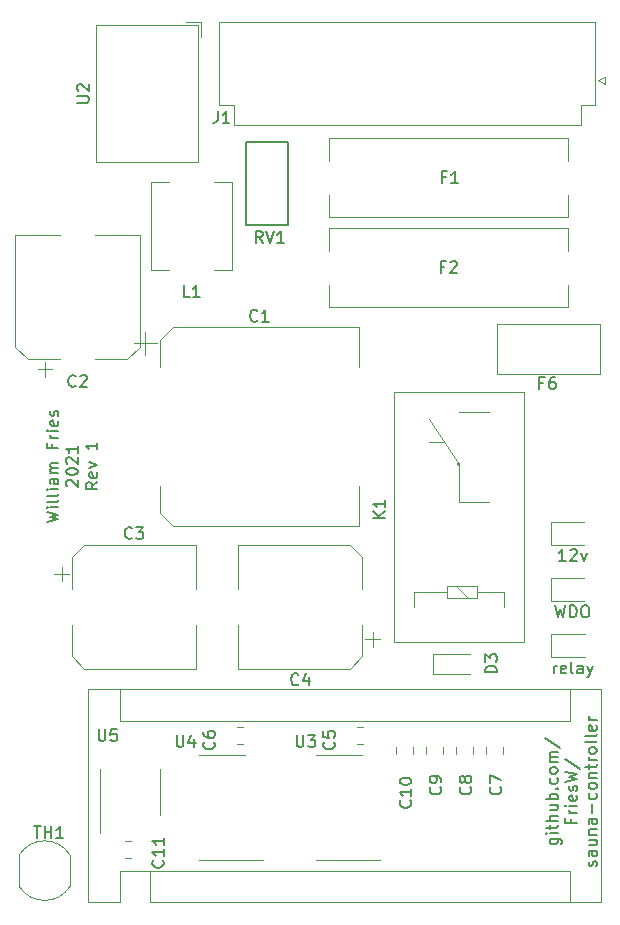
<source format=gbr>
%TF.GenerationSoftware,KiCad,Pcbnew,5.1.9-73d0e3b20d~88~ubuntu20.04.1*%
%TF.CreationDate,2021-01-20T22:49:51-06:00*%
%TF.ProjectId,control_board,636f6e74-726f-46c5-9f62-6f6172642e6b,rev?*%
%TF.SameCoordinates,Original*%
%TF.FileFunction,Legend,Top*%
%TF.FilePolarity,Positive*%
%FSLAX46Y46*%
G04 Gerber Fmt 4.6, Leading zero omitted, Abs format (unit mm)*
G04 Created by KiCad (PCBNEW 5.1.9-73d0e3b20d~88~ubuntu20.04.1) date 2021-01-20 22:49:51*
%MOMM*%
%LPD*%
G01*
G04 APERTURE LIST*
%ADD10C,0.150000*%
%ADD11C,0.120000*%
G04 APERTURE END LIST*
D10*
X156655761Y-80076380D02*
X156655761Y-79409714D01*
X156655761Y-79600190D02*
X156703380Y-79504952D01*
X156751000Y-79457333D01*
X156846238Y-79409714D01*
X156941476Y-79409714D01*
X157655761Y-80028761D02*
X157560523Y-80076380D01*
X157370047Y-80076380D01*
X157274809Y-80028761D01*
X157227190Y-79933523D01*
X157227190Y-79552571D01*
X157274809Y-79457333D01*
X157370047Y-79409714D01*
X157560523Y-79409714D01*
X157655761Y-79457333D01*
X157703380Y-79552571D01*
X157703380Y-79647809D01*
X157227190Y-79743047D01*
X158274809Y-80076380D02*
X158179571Y-80028761D01*
X158131952Y-79933523D01*
X158131952Y-79076380D01*
X159084333Y-80076380D02*
X159084333Y-79552571D01*
X159036714Y-79457333D01*
X158941476Y-79409714D01*
X158751000Y-79409714D01*
X158655761Y-79457333D01*
X159084333Y-80028761D02*
X158989095Y-80076380D01*
X158751000Y-80076380D01*
X158655761Y-80028761D01*
X158608142Y-79933523D01*
X158608142Y-79838285D01*
X158655761Y-79743047D01*
X158751000Y-79695428D01*
X158989095Y-79695428D01*
X159084333Y-79647809D01*
X159465285Y-79409714D02*
X159703380Y-80076380D01*
X159941476Y-79409714D02*
X159703380Y-80076380D01*
X159608142Y-80314476D01*
X159560523Y-80362095D01*
X159465285Y-80409714D01*
X157661571Y-70556380D02*
X157090142Y-70556380D01*
X157375857Y-70556380D02*
X157375857Y-69556380D01*
X157280619Y-69699238D01*
X157185380Y-69794476D01*
X157090142Y-69842095D01*
X158042523Y-69651619D02*
X158090142Y-69604000D01*
X158185380Y-69556380D01*
X158423476Y-69556380D01*
X158518714Y-69604000D01*
X158566333Y-69651619D01*
X158613952Y-69746857D01*
X158613952Y-69842095D01*
X158566333Y-69984952D01*
X157994904Y-70556380D01*
X158613952Y-70556380D01*
X158947285Y-69889714D02*
X159185380Y-70556380D01*
X159423476Y-69889714D01*
X156780619Y-74316380D02*
X157018714Y-75316380D01*
X157209190Y-74602095D01*
X157399666Y-75316380D01*
X157637761Y-74316380D01*
X158018714Y-75316380D02*
X158018714Y-74316380D01*
X158256809Y-74316380D01*
X158399666Y-74364000D01*
X158494904Y-74459238D01*
X158542523Y-74554476D01*
X158590142Y-74744952D01*
X158590142Y-74887809D01*
X158542523Y-75078285D01*
X158494904Y-75173523D01*
X158399666Y-75268761D01*
X158256809Y-75316380D01*
X158018714Y-75316380D01*
X159209190Y-74316380D02*
X159399666Y-74316380D01*
X159494904Y-74364000D01*
X159590142Y-74459238D01*
X159637761Y-74649714D01*
X159637761Y-74983047D01*
X159590142Y-75173523D01*
X159494904Y-75268761D01*
X159399666Y-75316380D01*
X159209190Y-75316380D01*
X159113952Y-75268761D01*
X159018714Y-75173523D01*
X158971095Y-74983047D01*
X158971095Y-74649714D01*
X159018714Y-74459238D01*
X159113952Y-74364000D01*
X159209190Y-74316380D01*
X156301514Y-94069990D02*
X157111038Y-94069990D01*
X157206276Y-94117609D01*
X157253895Y-94165228D01*
X157301514Y-94260466D01*
X157301514Y-94403323D01*
X157253895Y-94498561D01*
X156920561Y-94069990D02*
X156968180Y-94165228D01*
X156968180Y-94355704D01*
X156920561Y-94450942D01*
X156872942Y-94498561D01*
X156777704Y-94546180D01*
X156491990Y-94546180D01*
X156396752Y-94498561D01*
X156349133Y-94450942D01*
X156301514Y-94355704D01*
X156301514Y-94165228D01*
X156349133Y-94069990D01*
X156968180Y-93593800D02*
X156301514Y-93593800D01*
X155968180Y-93593800D02*
X156015800Y-93641419D01*
X156063419Y-93593800D01*
X156015800Y-93546180D01*
X155968180Y-93593800D01*
X156063419Y-93593800D01*
X156301514Y-93260466D02*
X156301514Y-92879514D01*
X155968180Y-93117609D02*
X156825323Y-93117609D01*
X156920561Y-93069990D01*
X156968180Y-92974752D01*
X156968180Y-92879514D01*
X156968180Y-92546180D02*
X155968180Y-92546180D01*
X156968180Y-92117609D02*
X156444371Y-92117609D01*
X156349133Y-92165228D01*
X156301514Y-92260466D01*
X156301514Y-92403323D01*
X156349133Y-92498561D01*
X156396752Y-92546180D01*
X156301514Y-91212847D02*
X156968180Y-91212847D01*
X156301514Y-91641419D02*
X156825323Y-91641419D01*
X156920561Y-91593800D01*
X156968180Y-91498561D01*
X156968180Y-91355704D01*
X156920561Y-91260466D01*
X156872942Y-91212847D01*
X156968180Y-90736657D02*
X155968180Y-90736657D01*
X156349133Y-90736657D02*
X156301514Y-90641419D01*
X156301514Y-90450942D01*
X156349133Y-90355704D01*
X156396752Y-90308085D01*
X156491990Y-90260466D01*
X156777704Y-90260466D01*
X156872942Y-90308085D01*
X156920561Y-90355704D01*
X156968180Y-90450942D01*
X156968180Y-90641419D01*
X156920561Y-90736657D01*
X156872942Y-89831895D02*
X156920561Y-89784276D01*
X156968180Y-89831895D01*
X156920561Y-89879514D01*
X156872942Y-89831895D01*
X156968180Y-89831895D01*
X156920561Y-88927133D02*
X156968180Y-89022371D01*
X156968180Y-89212847D01*
X156920561Y-89308085D01*
X156872942Y-89355704D01*
X156777704Y-89403323D01*
X156491990Y-89403323D01*
X156396752Y-89355704D01*
X156349133Y-89308085D01*
X156301514Y-89212847D01*
X156301514Y-89022371D01*
X156349133Y-88927133D01*
X156968180Y-88355704D02*
X156920561Y-88450942D01*
X156872942Y-88498561D01*
X156777704Y-88546180D01*
X156491990Y-88546180D01*
X156396752Y-88498561D01*
X156349133Y-88450942D01*
X156301514Y-88355704D01*
X156301514Y-88212847D01*
X156349133Y-88117609D01*
X156396752Y-88069990D01*
X156491990Y-88022371D01*
X156777704Y-88022371D01*
X156872942Y-88069990D01*
X156920561Y-88117609D01*
X156968180Y-88212847D01*
X156968180Y-88355704D01*
X156968180Y-87593800D02*
X156301514Y-87593800D01*
X156396752Y-87593800D02*
X156349133Y-87546180D01*
X156301514Y-87450942D01*
X156301514Y-87308085D01*
X156349133Y-87212847D01*
X156444371Y-87165228D01*
X156968180Y-87165228D01*
X156444371Y-87165228D02*
X156349133Y-87117609D01*
X156301514Y-87022371D01*
X156301514Y-86879514D01*
X156349133Y-86784276D01*
X156444371Y-86736657D01*
X156968180Y-86736657D01*
X155920561Y-85546180D02*
X157206276Y-86403323D01*
X158094371Y-92427133D02*
X158094371Y-92760466D01*
X158618180Y-92760466D02*
X157618180Y-92760466D01*
X157618180Y-92284276D01*
X158618180Y-91903323D02*
X157951514Y-91903323D01*
X158141990Y-91903323D02*
X158046752Y-91855704D01*
X157999133Y-91808085D01*
X157951514Y-91712847D01*
X157951514Y-91617609D01*
X158618180Y-91284276D02*
X157951514Y-91284276D01*
X157618180Y-91284276D02*
X157665800Y-91331895D01*
X157713419Y-91284276D01*
X157665800Y-91236657D01*
X157618180Y-91284276D01*
X157713419Y-91284276D01*
X158570561Y-90427133D02*
X158618180Y-90522371D01*
X158618180Y-90712847D01*
X158570561Y-90808085D01*
X158475323Y-90855704D01*
X158094371Y-90855704D01*
X157999133Y-90808085D01*
X157951514Y-90712847D01*
X157951514Y-90522371D01*
X157999133Y-90427133D01*
X158094371Y-90379514D01*
X158189609Y-90379514D01*
X158284847Y-90855704D01*
X158570561Y-89998561D02*
X158618180Y-89903323D01*
X158618180Y-89712847D01*
X158570561Y-89617609D01*
X158475323Y-89569990D01*
X158427704Y-89569990D01*
X158332466Y-89617609D01*
X158284847Y-89712847D01*
X158284847Y-89855704D01*
X158237228Y-89950942D01*
X158141990Y-89998561D01*
X158094371Y-89998561D01*
X157999133Y-89950942D01*
X157951514Y-89855704D01*
X157951514Y-89712847D01*
X157999133Y-89617609D01*
X157618180Y-89236657D02*
X158618180Y-88998561D01*
X157903895Y-88808085D01*
X158618180Y-88617609D01*
X157618180Y-88379514D01*
X157570561Y-87284276D02*
X158856276Y-88141419D01*
X160220561Y-96379514D02*
X160268180Y-96284276D01*
X160268180Y-96093800D01*
X160220561Y-95998561D01*
X160125323Y-95950942D01*
X160077704Y-95950942D01*
X159982466Y-95998561D01*
X159934847Y-96093800D01*
X159934847Y-96236657D01*
X159887228Y-96331895D01*
X159791990Y-96379514D01*
X159744371Y-96379514D01*
X159649133Y-96331895D01*
X159601514Y-96236657D01*
X159601514Y-96093800D01*
X159649133Y-95998561D01*
X160268180Y-95093800D02*
X159744371Y-95093800D01*
X159649133Y-95141419D01*
X159601514Y-95236657D01*
X159601514Y-95427133D01*
X159649133Y-95522371D01*
X160220561Y-95093800D02*
X160268180Y-95189038D01*
X160268180Y-95427133D01*
X160220561Y-95522371D01*
X160125323Y-95569990D01*
X160030085Y-95569990D01*
X159934847Y-95522371D01*
X159887228Y-95427133D01*
X159887228Y-95189038D01*
X159839609Y-95093800D01*
X159601514Y-94189038D02*
X160268180Y-94189038D01*
X159601514Y-94617609D02*
X160125323Y-94617609D01*
X160220561Y-94569990D01*
X160268180Y-94474752D01*
X160268180Y-94331895D01*
X160220561Y-94236657D01*
X160172942Y-94189038D01*
X159601514Y-93712847D02*
X160268180Y-93712847D01*
X159696752Y-93712847D02*
X159649133Y-93665228D01*
X159601514Y-93569990D01*
X159601514Y-93427133D01*
X159649133Y-93331895D01*
X159744371Y-93284276D01*
X160268180Y-93284276D01*
X160268180Y-92379514D02*
X159744371Y-92379514D01*
X159649133Y-92427133D01*
X159601514Y-92522371D01*
X159601514Y-92712847D01*
X159649133Y-92808085D01*
X160220561Y-92379514D02*
X160268180Y-92474752D01*
X160268180Y-92712847D01*
X160220561Y-92808085D01*
X160125323Y-92855704D01*
X160030085Y-92855704D01*
X159934847Y-92808085D01*
X159887228Y-92712847D01*
X159887228Y-92474752D01*
X159839609Y-92379514D01*
X159887228Y-91903323D02*
X159887228Y-91141419D01*
X160220561Y-90236657D02*
X160268180Y-90331895D01*
X160268180Y-90522371D01*
X160220561Y-90617609D01*
X160172942Y-90665228D01*
X160077704Y-90712847D01*
X159791990Y-90712847D01*
X159696752Y-90665228D01*
X159649133Y-90617609D01*
X159601514Y-90522371D01*
X159601514Y-90331895D01*
X159649133Y-90236657D01*
X160268180Y-89665228D02*
X160220561Y-89760466D01*
X160172942Y-89808085D01*
X160077704Y-89855704D01*
X159791990Y-89855704D01*
X159696752Y-89808085D01*
X159649133Y-89760466D01*
X159601514Y-89665228D01*
X159601514Y-89522371D01*
X159649133Y-89427133D01*
X159696752Y-89379514D01*
X159791990Y-89331895D01*
X160077704Y-89331895D01*
X160172942Y-89379514D01*
X160220561Y-89427133D01*
X160268180Y-89522371D01*
X160268180Y-89665228D01*
X159601514Y-88903323D02*
X160268180Y-88903323D01*
X159696752Y-88903323D02*
X159649133Y-88855704D01*
X159601514Y-88760466D01*
X159601514Y-88617609D01*
X159649133Y-88522371D01*
X159744371Y-88474752D01*
X160268180Y-88474752D01*
X159601514Y-88141419D02*
X159601514Y-87760466D01*
X159268180Y-87998561D02*
X160125323Y-87998561D01*
X160220561Y-87950942D01*
X160268180Y-87855704D01*
X160268180Y-87760466D01*
X160268180Y-87427133D02*
X159601514Y-87427133D01*
X159791990Y-87427133D02*
X159696752Y-87379514D01*
X159649133Y-87331895D01*
X159601514Y-87236657D01*
X159601514Y-87141419D01*
X160268180Y-86665228D02*
X160220561Y-86760466D01*
X160172942Y-86808085D01*
X160077704Y-86855704D01*
X159791990Y-86855704D01*
X159696752Y-86808085D01*
X159649133Y-86760466D01*
X159601514Y-86665228D01*
X159601514Y-86522371D01*
X159649133Y-86427133D01*
X159696752Y-86379514D01*
X159791990Y-86331895D01*
X160077704Y-86331895D01*
X160172942Y-86379514D01*
X160220561Y-86427133D01*
X160268180Y-86522371D01*
X160268180Y-86665228D01*
X160268180Y-85760466D02*
X160220561Y-85855704D01*
X160125323Y-85903323D01*
X159268180Y-85903323D01*
X160268180Y-85236657D02*
X160220561Y-85331895D01*
X160125323Y-85379514D01*
X159268180Y-85379514D01*
X160220561Y-84474752D02*
X160268180Y-84569990D01*
X160268180Y-84760466D01*
X160220561Y-84855704D01*
X160125323Y-84903323D01*
X159744371Y-84903323D01*
X159649133Y-84855704D01*
X159601514Y-84760466D01*
X159601514Y-84569990D01*
X159649133Y-84474752D01*
X159744371Y-84427133D01*
X159839609Y-84427133D01*
X159934847Y-84903323D01*
X160268180Y-83998561D02*
X159601514Y-83998561D01*
X159791990Y-83998561D02*
X159696752Y-83950942D01*
X159649133Y-83903323D01*
X159601514Y-83808085D01*
X159601514Y-83712847D01*
X113702580Y-67247495D02*
X114702580Y-67009400D01*
X113988295Y-66818923D01*
X114702580Y-66628447D01*
X113702580Y-66390352D01*
X114702580Y-66009400D02*
X114035914Y-66009400D01*
X113702580Y-66009400D02*
X113750200Y-66057019D01*
X113797819Y-66009400D01*
X113750200Y-65961780D01*
X113702580Y-66009400D01*
X113797819Y-66009400D01*
X114702580Y-65390352D02*
X114654961Y-65485590D01*
X114559723Y-65533209D01*
X113702580Y-65533209D01*
X114702580Y-64866542D02*
X114654961Y-64961780D01*
X114559723Y-65009400D01*
X113702580Y-65009400D01*
X114702580Y-64485590D02*
X114035914Y-64485590D01*
X113702580Y-64485590D02*
X113750200Y-64533209D01*
X113797819Y-64485590D01*
X113750200Y-64437971D01*
X113702580Y-64485590D01*
X113797819Y-64485590D01*
X114702580Y-63580828D02*
X114178771Y-63580828D01*
X114083533Y-63628447D01*
X114035914Y-63723685D01*
X114035914Y-63914161D01*
X114083533Y-64009400D01*
X114654961Y-63580828D02*
X114702580Y-63676066D01*
X114702580Y-63914161D01*
X114654961Y-64009400D01*
X114559723Y-64057019D01*
X114464485Y-64057019D01*
X114369247Y-64009400D01*
X114321628Y-63914161D01*
X114321628Y-63676066D01*
X114274009Y-63580828D01*
X114702580Y-63104638D02*
X114035914Y-63104638D01*
X114131152Y-63104638D02*
X114083533Y-63057019D01*
X114035914Y-62961780D01*
X114035914Y-62818923D01*
X114083533Y-62723685D01*
X114178771Y-62676066D01*
X114702580Y-62676066D01*
X114178771Y-62676066D02*
X114083533Y-62628447D01*
X114035914Y-62533209D01*
X114035914Y-62390352D01*
X114083533Y-62295114D01*
X114178771Y-62247495D01*
X114702580Y-62247495D01*
X114178771Y-60676066D02*
X114178771Y-61009400D01*
X114702580Y-61009400D02*
X113702580Y-61009400D01*
X113702580Y-60533209D01*
X114702580Y-60152257D02*
X114035914Y-60152257D01*
X114226390Y-60152257D02*
X114131152Y-60104638D01*
X114083533Y-60057019D01*
X114035914Y-59961780D01*
X114035914Y-59866542D01*
X114702580Y-59533209D02*
X114035914Y-59533209D01*
X113702580Y-59533209D02*
X113750200Y-59580828D01*
X113797819Y-59533209D01*
X113750200Y-59485590D01*
X113702580Y-59533209D01*
X113797819Y-59533209D01*
X114654961Y-58676066D02*
X114702580Y-58771304D01*
X114702580Y-58961780D01*
X114654961Y-59057019D01*
X114559723Y-59104638D01*
X114178771Y-59104638D01*
X114083533Y-59057019D01*
X114035914Y-58961780D01*
X114035914Y-58771304D01*
X114083533Y-58676066D01*
X114178771Y-58628447D01*
X114274009Y-58628447D01*
X114369247Y-59104638D01*
X114654961Y-58247495D02*
X114702580Y-58152257D01*
X114702580Y-57961780D01*
X114654961Y-57866542D01*
X114559723Y-57818923D01*
X114512104Y-57818923D01*
X114416866Y-57866542D01*
X114369247Y-57961780D01*
X114369247Y-58104638D01*
X114321628Y-58199876D01*
X114226390Y-58247495D01*
X114178771Y-58247495D01*
X114083533Y-58199876D01*
X114035914Y-58104638D01*
X114035914Y-57961780D01*
X114083533Y-57866542D01*
X115447819Y-64223685D02*
X115400200Y-64176066D01*
X115352580Y-64080828D01*
X115352580Y-63842733D01*
X115400200Y-63747495D01*
X115447819Y-63699876D01*
X115543057Y-63652257D01*
X115638295Y-63652257D01*
X115781152Y-63699876D01*
X116352580Y-64271304D01*
X116352580Y-63652257D01*
X115352580Y-63033209D02*
X115352580Y-62937971D01*
X115400200Y-62842733D01*
X115447819Y-62795114D01*
X115543057Y-62747495D01*
X115733533Y-62699876D01*
X115971628Y-62699876D01*
X116162104Y-62747495D01*
X116257342Y-62795114D01*
X116304961Y-62842733D01*
X116352580Y-62937971D01*
X116352580Y-63033209D01*
X116304961Y-63128447D01*
X116257342Y-63176066D01*
X116162104Y-63223685D01*
X115971628Y-63271304D01*
X115733533Y-63271304D01*
X115543057Y-63223685D01*
X115447819Y-63176066D01*
X115400200Y-63128447D01*
X115352580Y-63033209D01*
X115447819Y-62318923D02*
X115400200Y-62271304D01*
X115352580Y-62176066D01*
X115352580Y-61937971D01*
X115400200Y-61842733D01*
X115447819Y-61795114D01*
X115543057Y-61747495D01*
X115638295Y-61747495D01*
X115781152Y-61795114D01*
X116352580Y-62366542D01*
X116352580Y-61747495D01*
X116352580Y-60795114D02*
X116352580Y-61366542D01*
X116352580Y-61080828D02*
X115352580Y-61080828D01*
X115495438Y-61176066D01*
X115590676Y-61271304D01*
X115638295Y-61366542D01*
X118002580Y-63866542D02*
X117526390Y-64199876D01*
X118002580Y-64437971D02*
X117002580Y-64437971D01*
X117002580Y-64057019D01*
X117050200Y-63961780D01*
X117097819Y-63914161D01*
X117193057Y-63866542D01*
X117335914Y-63866542D01*
X117431152Y-63914161D01*
X117478771Y-63961780D01*
X117526390Y-64057019D01*
X117526390Y-64437971D01*
X117954961Y-63057019D02*
X118002580Y-63152257D01*
X118002580Y-63342733D01*
X117954961Y-63437971D01*
X117859723Y-63485590D01*
X117478771Y-63485590D01*
X117383533Y-63437971D01*
X117335914Y-63342733D01*
X117335914Y-63152257D01*
X117383533Y-63057019D01*
X117478771Y-63009400D01*
X117574009Y-63009400D01*
X117669247Y-63485590D01*
X117335914Y-62676066D02*
X118002580Y-62437971D01*
X117335914Y-62199876D01*
X118002580Y-60533209D02*
X118002580Y-61104638D01*
X118002580Y-60818923D02*
X117002580Y-60818923D01*
X117145438Y-60914161D01*
X117240676Y-61009400D01*
X117288295Y-61104638D01*
D11*
%TO.C,F1*%
X137605000Y-36660000D02*
X137605000Y-34780000D01*
X137605000Y-34780000D02*
X157845000Y-34780000D01*
X157845000Y-34780000D02*
X157845000Y-36660000D01*
X137605000Y-39540000D02*
X137605000Y-41420000D01*
X137605000Y-41420000D02*
X157845000Y-41420000D01*
X157845000Y-41420000D02*
X157845000Y-39540000D01*
%TO.C,A1*%
X117218000Y-81404000D02*
X117218000Y-99444000D01*
X160658000Y-81404000D02*
X117218000Y-81404000D01*
X160658000Y-99444000D02*
X160658000Y-81404000D01*
X157988000Y-96774000D02*
X157988000Y-99444000D01*
X122428000Y-96774000D02*
X157988000Y-96774000D01*
X122428000Y-96774000D02*
X122428000Y-99444000D01*
X157988000Y-84074000D02*
X157988000Y-81404000D01*
X119888000Y-84074000D02*
X157988000Y-84074000D01*
X119888000Y-84074000D02*
X119888000Y-81404000D01*
X117218000Y-99444000D02*
X119888000Y-99444000D01*
X122428000Y-99444000D02*
X160658000Y-99444000D01*
X119888000Y-96774000D02*
X119888000Y-99444000D01*
X122428000Y-96774000D02*
X119888000Y-96774000D01*
%TO.C,C3*%
X114969000Y-71037000D02*
X114969000Y-72287000D01*
X114344000Y-71662000D02*
X115594000Y-71662000D01*
X115834000Y-78617563D02*
X116898437Y-79682000D01*
X115834000Y-70226437D02*
X116898437Y-69162000D01*
X115834000Y-70226437D02*
X115834000Y-72912000D01*
X115834000Y-78617563D02*
X115834000Y-75932000D01*
X116898437Y-79682000D02*
X126354000Y-79682000D01*
X116898437Y-69162000D02*
X126354000Y-69162000D01*
X126354000Y-69162000D02*
X126354000Y-72912000D01*
X126354000Y-79682000D02*
X126354000Y-75932000D01*
%TO.C,C4*%
X141317000Y-77807000D02*
X141317000Y-76557000D01*
X141942000Y-77182000D02*
X140692000Y-77182000D01*
X140452000Y-70226437D02*
X139387563Y-69162000D01*
X140452000Y-78617563D02*
X139387563Y-79682000D01*
X140452000Y-78617563D02*
X140452000Y-75932000D01*
X140452000Y-70226437D02*
X140452000Y-72912000D01*
X139387563Y-69162000D02*
X129932000Y-69162000D01*
X139387563Y-79682000D02*
X129932000Y-79682000D01*
X129932000Y-79682000D02*
X129932000Y-75932000D01*
X129932000Y-69162000D02*
X129932000Y-72912000D01*
%TO.C,C1*%
X122076000Y-51122000D02*
X122076000Y-53122000D01*
X121076000Y-52122000D02*
X123076000Y-52122000D01*
X123316000Y-66527563D02*
X124380437Y-67592000D01*
X123316000Y-51836437D02*
X124380437Y-50772000D01*
X123316000Y-51836437D02*
X123316000Y-54122000D01*
X123316000Y-66527563D02*
X123316000Y-64242000D01*
X124380437Y-67592000D02*
X140136000Y-67592000D01*
X124380437Y-50772000D02*
X140136000Y-50772000D01*
X140136000Y-50772000D02*
X140136000Y-54122000D01*
X140136000Y-67592000D02*
X140136000Y-64242000D01*
%TO.C,C2*%
X121592000Y-42936000D02*
X117842000Y-42936000D01*
X111072000Y-42936000D02*
X114822000Y-42936000D01*
X111072000Y-52391563D02*
X111072000Y-42936000D01*
X121592000Y-52391563D02*
X121592000Y-42936000D01*
X120527563Y-53456000D02*
X117842000Y-53456000D01*
X112136437Y-53456000D02*
X114822000Y-53456000D01*
X112136437Y-53456000D02*
X111072000Y-52391563D01*
X120527563Y-53456000D02*
X121592000Y-52391563D01*
X113572000Y-54946000D02*
X113572000Y-53696000D01*
X112947000Y-54321000D02*
X114197000Y-54321000D01*
%TO.C,C5*%
X139946748Y-84609000D02*
X140469252Y-84609000D01*
X139946748Y-86079000D02*
X140469252Y-86079000D01*
%TO.C,C6*%
X129786748Y-86079000D02*
X130309252Y-86079000D01*
X129786748Y-84609000D02*
X130309252Y-84609000D01*
%TO.C,C7*%
X150903000Y-86331248D02*
X150903000Y-86853752D01*
X152373000Y-86331248D02*
X152373000Y-86853752D01*
%TO.C,C8*%
X148363000Y-86331248D02*
X148363000Y-86853752D01*
X149833000Y-86331248D02*
X149833000Y-86853752D01*
%TO.C,C9*%
X147293000Y-86331248D02*
X147293000Y-86853752D01*
X145823000Y-86331248D02*
X145823000Y-86853752D01*
%TO.C,C10*%
X143283000Y-86331248D02*
X143283000Y-86853752D01*
X144753000Y-86331248D02*
X144753000Y-86853752D01*
%TO.C,C11*%
X120367248Y-94261000D02*
X120889752Y-94261000D01*
X120367248Y-95731000D02*
X120889752Y-95731000D01*
%TO.C,D3*%
X146416000Y-78398000D02*
X149566000Y-78398000D01*
X146416000Y-80098000D02*
X149566000Y-80098000D01*
X146416000Y-78398000D02*
X146416000Y-80098000D01*
%TO.C,D4*%
X159251000Y-76764000D02*
X156391000Y-76764000D01*
X156391000Y-76764000D02*
X156391000Y-78684000D01*
X156391000Y-78684000D02*
X159251000Y-78684000D01*
%TO.C,D5*%
X156373000Y-73924000D02*
X159233000Y-73924000D01*
X156373000Y-72004000D02*
X156373000Y-73924000D01*
X159233000Y-72004000D02*
X156373000Y-72004000D01*
%TO.C,D6*%
X156373000Y-69164000D02*
X159233000Y-69164000D01*
X156373000Y-67244000D02*
X156373000Y-69164000D01*
X159233000Y-67244000D02*
X156373000Y-67244000D01*
%TO.C,F2*%
X137605000Y-44280000D02*
X137605000Y-42400000D01*
X137605000Y-42400000D02*
X157845000Y-42400000D01*
X157845000Y-42400000D02*
X157845000Y-44280000D01*
X137605000Y-47160000D02*
X137605000Y-49040000D01*
X137605000Y-49040000D02*
X157845000Y-49040000D01*
X157845000Y-49040000D02*
X157845000Y-47160000D01*
%TO.C,F6*%
X151840000Y-50468000D02*
X160580000Y-50468000D01*
X151840000Y-50468000D02*
X151840000Y-54708000D01*
X160580000Y-54708000D02*
X160580000Y-50468000D01*
X160580000Y-54708000D02*
X151840000Y-54708000D01*
%TO.C,J1*%
X160975000Y-30145000D02*
X160375000Y-29845000D01*
X160975000Y-29545000D02*
X160975000Y-30145000D01*
X160375000Y-29845000D02*
X160975000Y-29545000D01*
X128335000Y-24935000D02*
X160175000Y-24935000D01*
X128335000Y-31955000D02*
X128335000Y-24935000D01*
X129535000Y-31955000D02*
X128335000Y-31955000D01*
X129535000Y-33655000D02*
X129535000Y-31955000D01*
X158975000Y-33655000D02*
X129535000Y-33655000D01*
X158975000Y-31955000D02*
X158975000Y-33655000D01*
X160175000Y-31955000D02*
X158975000Y-31955000D01*
X160175000Y-24935000D02*
X160175000Y-31955000D01*
%TO.C,K1*%
X148717000Y-62357000D02*
G75*
G03*
X148717000Y-62357000I-127000J0D01*
G01*
X143090000Y-77372000D02*
X143090000Y-56232000D01*
X154090000Y-77372000D02*
X143090000Y-77372000D01*
X154090000Y-56232000D02*
X143090000Y-56232000D01*
X154090000Y-77372000D02*
X154090000Y-56232000D01*
X150110000Y-72642000D02*
X150110000Y-73152000D01*
X147570000Y-72642000D02*
X150110000Y-72642000D01*
X147570000Y-73152000D02*
X147570000Y-72642000D01*
X147570000Y-73662000D02*
X147570000Y-73152000D01*
X150110000Y-73662000D02*
X147570000Y-73662000D01*
X150110000Y-73152000D02*
X150110000Y-73662000D01*
X152400000Y-74422000D02*
X152400000Y-73152000D01*
X152400000Y-73152000D02*
X150110000Y-73152000D01*
X147570000Y-73152000D02*
X144780000Y-73152000D01*
X144780000Y-73152000D02*
X144780000Y-74422000D01*
X149350000Y-73662000D02*
X148340000Y-72642000D01*
X148590000Y-65532000D02*
X148590000Y-62357000D01*
X151130000Y-65532000D02*
X148590000Y-65532000D01*
X146050000Y-60452000D02*
X147320000Y-60452000D01*
X148590000Y-62357000D02*
X146050000Y-58547000D01*
X151130000Y-57912000D02*
X148590000Y-57912000D01*
%TO.C,L1*%
X122584000Y-38487000D02*
X124084000Y-38487000D01*
X122584000Y-45887000D02*
X124084000Y-45887000D01*
X122584000Y-38487000D02*
X122584000Y-45887000D01*
X129384000Y-45887000D02*
X127884000Y-45887000D01*
X129384000Y-38487000D02*
X127884000Y-38487000D01*
X129384000Y-45887000D02*
X129384000Y-38487000D01*
D10*
%TO.C,RV1*%
X134162660Y-42068000D02*
X134162660Y-35068000D01*
X130562660Y-42068000D02*
X130562660Y-35068000D01*
X130562660Y-35068000D02*
X134162660Y-35068000D01*
X130562660Y-42068000D02*
X134162660Y-42068000D01*
D11*
%TO.C,TH1*%
X115688000Y-95454000D02*
X115688000Y-98104000D01*
X111388000Y-95454000D02*
X111388000Y-98104000D01*
X115672388Y-95428524D02*
G75*
G03*
X111388000Y-95454000I-2134388J-1325476D01*
G01*
X111405856Y-98132027D02*
G75*
G03*
X115688000Y-98104000I2132144J1378027D01*
G01*
%TO.C,U2*%
X126760000Y-24938000D02*
X126760000Y-26178000D01*
X125520000Y-24938000D02*
X126760000Y-24938000D01*
X126520000Y-36798000D02*
X117900000Y-36798000D01*
X126520000Y-25178000D02*
X117900000Y-25178000D01*
X117900000Y-25178000D02*
X117900000Y-36798000D01*
X126520000Y-25178000D02*
X126520000Y-36798000D01*
%TO.C,U3*%
X138495000Y-87005000D02*
X136545000Y-87005000D01*
X138495000Y-87005000D02*
X140445000Y-87005000D01*
X138495000Y-95875000D02*
X136545000Y-95875000D01*
X138495000Y-95875000D02*
X141945000Y-95875000D01*
%TO.C,U4*%
X128589000Y-95875000D02*
X132039000Y-95875000D01*
X128589000Y-95875000D02*
X126639000Y-95875000D01*
X128589000Y-87005000D02*
X130539000Y-87005000D01*
X128589000Y-87005000D02*
X126639000Y-87005000D01*
%TO.C,U5*%
X118217000Y-90105000D02*
X118217000Y-93555000D01*
X118217000Y-90105000D02*
X118217000Y-88155000D01*
X123337000Y-90105000D02*
X123337000Y-92055000D01*
X123337000Y-90105000D02*
X123337000Y-88155000D01*
%TO.C,F1*%
D10*
X147494666Y-38028571D02*
X147161333Y-38028571D01*
X147161333Y-38552380D02*
X147161333Y-37552380D01*
X147637523Y-37552380D01*
X148542285Y-38552380D02*
X147970857Y-38552380D01*
X148256571Y-38552380D02*
X148256571Y-37552380D01*
X148161333Y-37695238D01*
X148066095Y-37790476D01*
X147970857Y-37838095D01*
%TO.C,C3*%
X120927333Y-68579142D02*
X120879714Y-68626761D01*
X120736857Y-68674380D01*
X120641619Y-68674380D01*
X120498761Y-68626761D01*
X120403523Y-68531523D01*
X120355904Y-68436285D01*
X120308285Y-68245809D01*
X120308285Y-68102952D01*
X120355904Y-67912476D01*
X120403523Y-67817238D01*
X120498761Y-67722000D01*
X120641619Y-67674380D01*
X120736857Y-67674380D01*
X120879714Y-67722000D01*
X120927333Y-67769619D01*
X121260666Y-67674380D02*
X121879714Y-67674380D01*
X121546380Y-68055333D01*
X121689238Y-68055333D01*
X121784476Y-68102952D01*
X121832095Y-68150571D01*
X121879714Y-68245809D01*
X121879714Y-68483904D01*
X121832095Y-68579142D01*
X121784476Y-68626761D01*
X121689238Y-68674380D01*
X121403523Y-68674380D01*
X121308285Y-68626761D01*
X121260666Y-68579142D01*
%TO.C,C4*%
X135025333Y-80979142D02*
X134977714Y-81026761D01*
X134834857Y-81074380D01*
X134739619Y-81074380D01*
X134596761Y-81026761D01*
X134501523Y-80931523D01*
X134453904Y-80836285D01*
X134406285Y-80645809D01*
X134406285Y-80502952D01*
X134453904Y-80312476D01*
X134501523Y-80217238D01*
X134596761Y-80122000D01*
X134739619Y-80074380D01*
X134834857Y-80074380D01*
X134977714Y-80122000D01*
X135025333Y-80169619D01*
X135882476Y-80407714D02*
X135882476Y-81074380D01*
X135644380Y-80026761D02*
X135406285Y-80741047D01*
X136025333Y-80741047D01*
%TO.C,C1*%
X131559333Y-50189142D02*
X131511714Y-50236761D01*
X131368857Y-50284380D01*
X131273619Y-50284380D01*
X131130761Y-50236761D01*
X131035523Y-50141523D01*
X130987904Y-50046285D01*
X130940285Y-49855809D01*
X130940285Y-49712952D01*
X130987904Y-49522476D01*
X131035523Y-49427238D01*
X131130761Y-49332000D01*
X131273619Y-49284380D01*
X131368857Y-49284380D01*
X131511714Y-49332000D01*
X131559333Y-49379619D01*
X132511714Y-50284380D02*
X131940285Y-50284380D01*
X132226000Y-50284380D02*
X132226000Y-49284380D01*
X132130761Y-49427238D01*
X132035523Y-49522476D01*
X131940285Y-49570095D01*
%TO.C,C2*%
X116165333Y-55729142D02*
X116117714Y-55776761D01*
X115974857Y-55824380D01*
X115879619Y-55824380D01*
X115736761Y-55776761D01*
X115641523Y-55681523D01*
X115593904Y-55586285D01*
X115546285Y-55395809D01*
X115546285Y-55252952D01*
X115593904Y-55062476D01*
X115641523Y-54967238D01*
X115736761Y-54872000D01*
X115879619Y-54824380D01*
X115974857Y-54824380D01*
X116117714Y-54872000D01*
X116165333Y-54919619D01*
X116546285Y-54919619D02*
X116593904Y-54872000D01*
X116689142Y-54824380D01*
X116927238Y-54824380D01*
X117022476Y-54872000D01*
X117070095Y-54919619D01*
X117117714Y-55014857D01*
X117117714Y-55110095D01*
X117070095Y-55252952D01*
X116498666Y-55824380D01*
X117117714Y-55824380D01*
%TO.C,C5*%
X138025142Y-85891666D02*
X138072761Y-85939285D01*
X138120380Y-86082142D01*
X138120380Y-86177380D01*
X138072761Y-86320238D01*
X137977523Y-86415476D01*
X137882285Y-86463095D01*
X137691809Y-86510714D01*
X137548952Y-86510714D01*
X137358476Y-86463095D01*
X137263238Y-86415476D01*
X137168000Y-86320238D01*
X137120380Y-86177380D01*
X137120380Y-86082142D01*
X137168000Y-85939285D01*
X137215619Y-85891666D01*
X137120380Y-84986904D02*
X137120380Y-85463095D01*
X137596571Y-85510714D01*
X137548952Y-85463095D01*
X137501333Y-85367857D01*
X137501333Y-85129761D01*
X137548952Y-85034523D01*
X137596571Y-84986904D01*
X137691809Y-84939285D01*
X137929904Y-84939285D01*
X138025142Y-84986904D01*
X138072761Y-85034523D01*
X138120380Y-85129761D01*
X138120380Y-85367857D01*
X138072761Y-85463095D01*
X138025142Y-85510714D01*
%TO.C,C6*%
X127865142Y-85891666D02*
X127912761Y-85939285D01*
X127960380Y-86082142D01*
X127960380Y-86177380D01*
X127912761Y-86320238D01*
X127817523Y-86415476D01*
X127722285Y-86463095D01*
X127531809Y-86510714D01*
X127388952Y-86510714D01*
X127198476Y-86463095D01*
X127103238Y-86415476D01*
X127008000Y-86320238D01*
X126960380Y-86177380D01*
X126960380Y-86082142D01*
X127008000Y-85939285D01*
X127055619Y-85891666D01*
X126960380Y-85034523D02*
X126960380Y-85225000D01*
X127008000Y-85320238D01*
X127055619Y-85367857D01*
X127198476Y-85463095D01*
X127388952Y-85510714D01*
X127769904Y-85510714D01*
X127865142Y-85463095D01*
X127912761Y-85415476D01*
X127960380Y-85320238D01*
X127960380Y-85129761D01*
X127912761Y-85034523D01*
X127865142Y-84986904D01*
X127769904Y-84939285D01*
X127531809Y-84939285D01*
X127436571Y-84986904D01*
X127388952Y-85034523D01*
X127341333Y-85129761D01*
X127341333Y-85320238D01*
X127388952Y-85415476D01*
X127436571Y-85463095D01*
X127531809Y-85510714D01*
%TO.C,C7*%
X152122142Y-89701666D02*
X152169761Y-89749285D01*
X152217380Y-89892142D01*
X152217380Y-89987380D01*
X152169761Y-90130238D01*
X152074523Y-90225476D01*
X151979285Y-90273095D01*
X151788809Y-90320714D01*
X151645952Y-90320714D01*
X151455476Y-90273095D01*
X151360238Y-90225476D01*
X151265000Y-90130238D01*
X151217380Y-89987380D01*
X151217380Y-89892142D01*
X151265000Y-89749285D01*
X151312619Y-89701666D01*
X151217380Y-89368333D02*
X151217380Y-88701666D01*
X152217380Y-89130238D01*
%TO.C,C8*%
X149582142Y-89701666D02*
X149629761Y-89749285D01*
X149677380Y-89892142D01*
X149677380Y-89987380D01*
X149629761Y-90130238D01*
X149534523Y-90225476D01*
X149439285Y-90273095D01*
X149248809Y-90320714D01*
X149105952Y-90320714D01*
X148915476Y-90273095D01*
X148820238Y-90225476D01*
X148725000Y-90130238D01*
X148677380Y-89987380D01*
X148677380Y-89892142D01*
X148725000Y-89749285D01*
X148772619Y-89701666D01*
X149105952Y-89130238D02*
X149058333Y-89225476D01*
X149010714Y-89273095D01*
X148915476Y-89320714D01*
X148867857Y-89320714D01*
X148772619Y-89273095D01*
X148725000Y-89225476D01*
X148677380Y-89130238D01*
X148677380Y-88939761D01*
X148725000Y-88844523D01*
X148772619Y-88796904D01*
X148867857Y-88749285D01*
X148915476Y-88749285D01*
X149010714Y-88796904D01*
X149058333Y-88844523D01*
X149105952Y-88939761D01*
X149105952Y-89130238D01*
X149153571Y-89225476D01*
X149201190Y-89273095D01*
X149296428Y-89320714D01*
X149486904Y-89320714D01*
X149582142Y-89273095D01*
X149629761Y-89225476D01*
X149677380Y-89130238D01*
X149677380Y-88939761D01*
X149629761Y-88844523D01*
X149582142Y-88796904D01*
X149486904Y-88749285D01*
X149296428Y-88749285D01*
X149201190Y-88796904D01*
X149153571Y-88844523D01*
X149105952Y-88939761D01*
%TO.C,C9*%
X147042142Y-89701666D02*
X147089761Y-89749285D01*
X147137380Y-89892142D01*
X147137380Y-89987380D01*
X147089761Y-90130238D01*
X146994523Y-90225476D01*
X146899285Y-90273095D01*
X146708809Y-90320714D01*
X146565952Y-90320714D01*
X146375476Y-90273095D01*
X146280238Y-90225476D01*
X146185000Y-90130238D01*
X146137380Y-89987380D01*
X146137380Y-89892142D01*
X146185000Y-89749285D01*
X146232619Y-89701666D01*
X147137380Y-89225476D02*
X147137380Y-89035000D01*
X147089761Y-88939761D01*
X147042142Y-88892142D01*
X146899285Y-88796904D01*
X146708809Y-88749285D01*
X146327857Y-88749285D01*
X146232619Y-88796904D01*
X146185000Y-88844523D01*
X146137380Y-88939761D01*
X146137380Y-89130238D01*
X146185000Y-89225476D01*
X146232619Y-89273095D01*
X146327857Y-89320714D01*
X146565952Y-89320714D01*
X146661190Y-89273095D01*
X146708809Y-89225476D01*
X146756428Y-89130238D01*
X146756428Y-88939761D01*
X146708809Y-88844523D01*
X146661190Y-88796904D01*
X146565952Y-88749285D01*
%TO.C,C10*%
X144502142Y-90812857D02*
X144549761Y-90860476D01*
X144597380Y-91003333D01*
X144597380Y-91098571D01*
X144549761Y-91241428D01*
X144454523Y-91336666D01*
X144359285Y-91384285D01*
X144168809Y-91431904D01*
X144025952Y-91431904D01*
X143835476Y-91384285D01*
X143740238Y-91336666D01*
X143645000Y-91241428D01*
X143597380Y-91098571D01*
X143597380Y-91003333D01*
X143645000Y-90860476D01*
X143692619Y-90812857D01*
X144597380Y-89860476D02*
X144597380Y-90431904D01*
X144597380Y-90146190D02*
X143597380Y-90146190D01*
X143740238Y-90241428D01*
X143835476Y-90336666D01*
X143883095Y-90431904D01*
X143597380Y-89241428D02*
X143597380Y-89146190D01*
X143645000Y-89050952D01*
X143692619Y-89003333D01*
X143787857Y-88955714D01*
X143978333Y-88908095D01*
X144216428Y-88908095D01*
X144406904Y-88955714D01*
X144502142Y-89003333D01*
X144549761Y-89050952D01*
X144597380Y-89146190D01*
X144597380Y-89241428D01*
X144549761Y-89336666D01*
X144502142Y-89384285D01*
X144406904Y-89431904D01*
X144216428Y-89479523D01*
X143978333Y-89479523D01*
X143787857Y-89431904D01*
X143692619Y-89384285D01*
X143645000Y-89336666D01*
X143597380Y-89241428D01*
%TO.C,C11*%
X123547142Y-95892857D02*
X123594761Y-95940476D01*
X123642380Y-96083333D01*
X123642380Y-96178571D01*
X123594761Y-96321428D01*
X123499523Y-96416666D01*
X123404285Y-96464285D01*
X123213809Y-96511904D01*
X123070952Y-96511904D01*
X122880476Y-96464285D01*
X122785238Y-96416666D01*
X122690000Y-96321428D01*
X122642380Y-96178571D01*
X122642380Y-96083333D01*
X122690000Y-95940476D01*
X122737619Y-95892857D01*
X123642380Y-94940476D02*
X123642380Y-95511904D01*
X123642380Y-95226190D02*
X122642380Y-95226190D01*
X122785238Y-95321428D01*
X122880476Y-95416666D01*
X122928095Y-95511904D01*
X123642380Y-93988095D02*
X123642380Y-94559523D01*
X123642380Y-94273809D02*
X122642380Y-94273809D01*
X122785238Y-94369047D01*
X122880476Y-94464285D01*
X122928095Y-94559523D01*
%TO.C,D3*%
X151836380Y-79986095D02*
X150836380Y-79986095D01*
X150836380Y-79748000D01*
X150884000Y-79605142D01*
X150979238Y-79509904D01*
X151074476Y-79462285D01*
X151264952Y-79414666D01*
X151407809Y-79414666D01*
X151598285Y-79462285D01*
X151693523Y-79509904D01*
X151788761Y-79605142D01*
X151836380Y-79748000D01*
X151836380Y-79986095D01*
X150836380Y-79081333D02*
X150836380Y-78462285D01*
X151217333Y-78795619D01*
X151217333Y-78652761D01*
X151264952Y-78557523D01*
X151312571Y-78509904D01*
X151407809Y-78462285D01*
X151645904Y-78462285D01*
X151741142Y-78509904D01*
X151788761Y-78557523D01*
X151836380Y-78652761D01*
X151836380Y-78938476D01*
X151788761Y-79033714D01*
X151741142Y-79081333D01*
%TO.C,F2*%
X147391666Y-45648571D02*
X147058333Y-45648571D01*
X147058333Y-46172380D02*
X147058333Y-45172380D01*
X147534523Y-45172380D01*
X147867857Y-45267619D02*
X147915476Y-45220000D01*
X148010714Y-45172380D01*
X148248809Y-45172380D01*
X148344047Y-45220000D01*
X148391666Y-45267619D01*
X148439285Y-45362857D01*
X148439285Y-45458095D01*
X148391666Y-45600952D01*
X147820238Y-46172380D01*
X148439285Y-46172380D01*
%TO.C,F6*%
X155766666Y-55466571D02*
X155433333Y-55466571D01*
X155433333Y-55990380D02*
X155433333Y-54990380D01*
X155909523Y-54990380D01*
X156719047Y-54990380D02*
X156528571Y-54990380D01*
X156433333Y-55038000D01*
X156385714Y-55085619D01*
X156290476Y-55228476D01*
X156242857Y-55418952D01*
X156242857Y-55799904D01*
X156290476Y-55895142D01*
X156338095Y-55942761D01*
X156433333Y-55990380D01*
X156623809Y-55990380D01*
X156719047Y-55942761D01*
X156766666Y-55895142D01*
X156814285Y-55799904D01*
X156814285Y-55561809D01*
X156766666Y-55466571D01*
X156719047Y-55418952D01*
X156623809Y-55371333D01*
X156433333Y-55371333D01*
X156338095Y-55418952D01*
X156290476Y-55466571D01*
X156242857Y-55561809D01*
%TO.C,J1*%
X128190666Y-32472380D02*
X128190666Y-33186666D01*
X128143047Y-33329523D01*
X128047809Y-33424761D01*
X127904952Y-33472380D01*
X127809714Y-33472380D01*
X129190666Y-33472380D02*
X128619238Y-33472380D01*
X128904952Y-33472380D02*
X128904952Y-32472380D01*
X128809714Y-32615238D01*
X128714476Y-32710476D01*
X128619238Y-32758095D01*
%TO.C,K1*%
X142352380Y-66930095D02*
X141352380Y-66930095D01*
X142352380Y-66358666D02*
X141780952Y-66787238D01*
X141352380Y-66358666D02*
X141923809Y-66930095D01*
X142352380Y-65406285D02*
X142352380Y-65977714D01*
X142352380Y-65692000D02*
X141352380Y-65692000D01*
X141495238Y-65787238D01*
X141590476Y-65882476D01*
X141638095Y-65977714D01*
%TO.C,L1*%
X125817333Y-48204380D02*
X125341142Y-48204380D01*
X125341142Y-47204380D01*
X126674476Y-48204380D02*
X126103047Y-48204380D01*
X126388761Y-48204380D02*
X126388761Y-47204380D01*
X126293523Y-47347238D01*
X126198285Y-47442476D01*
X126103047Y-47490095D01*
%TO.C,RV1*%
X131992761Y-43632380D02*
X131659428Y-43156190D01*
X131421333Y-43632380D02*
X131421333Y-42632380D01*
X131802285Y-42632380D01*
X131897523Y-42680000D01*
X131945142Y-42727619D01*
X131992761Y-42822857D01*
X131992761Y-42965714D01*
X131945142Y-43060952D01*
X131897523Y-43108571D01*
X131802285Y-43156190D01*
X131421333Y-43156190D01*
X132278476Y-42632380D02*
X132611809Y-43632380D01*
X132945142Y-42632380D01*
X133802285Y-43632380D02*
X133230857Y-43632380D01*
X133516571Y-43632380D02*
X133516571Y-42632380D01*
X133421333Y-42775238D01*
X133326095Y-42870476D01*
X133230857Y-42918095D01*
%TO.C,TH1*%
X112633285Y-93025980D02*
X113204714Y-93025980D01*
X112919000Y-94025980D02*
X112919000Y-93025980D01*
X113538047Y-94025980D02*
X113538047Y-93025980D01*
X113538047Y-93502171D02*
X114109476Y-93502171D01*
X114109476Y-94025980D02*
X114109476Y-93025980D01*
X115109476Y-94025980D02*
X114538047Y-94025980D01*
X114823761Y-94025980D02*
X114823761Y-93025980D01*
X114728523Y-93168838D01*
X114633285Y-93264076D01*
X114538047Y-93311695D01*
%TO.C,U2*%
X116292380Y-31749904D02*
X117101904Y-31749904D01*
X117197142Y-31702285D01*
X117244761Y-31654666D01*
X117292380Y-31559428D01*
X117292380Y-31368952D01*
X117244761Y-31273714D01*
X117197142Y-31226095D01*
X117101904Y-31178476D01*
X116292380Y-31178476D01*
X116387619Y-30749904D02*
X116340000Y-30702285D01*
X116292380Y-30607047D01*
X116292380Y-30368952D01*
X116340000Y-30273714D01*
X116387619Y-30226095D01*
X116482857Y-30178476D01*
X116578095Y-30178476D01*
X116720952Y-30226095D01*
X117292380Y-30797523D01*
X117292380Y-30178476D01*
%TO.C,U3*%
X134874095Y-85304380D02*
X134874095Y-86113904D01*
X134921714Y-86209142D01*
X134969333Y-86256761D01*
X135064571Y-86304380D01*
X135255047Y-86304380D01*
X135350285Y-86256761D01*
X135397904Y-86209142D01*
X135445523Y-86113904D01*
X135445523Y-85304380D01*
X135826476Y-85304380D02*
X136445523Y-85304380D01*
X136112190Y-85685333D01*
X136255047Y-85685333D01*
X136350285Y-85732952D01*
X136397904Y-85780571D01*
X136445523Y-85875809D01*
X136445523Y-86113904D01*
X136397904Y-86209142D01*
X136350285Y-86256761D01*
X136255047Y-86304380D01*
X135969333Y-86304380D01*
X135874095Y-86256761D01*
X135826476Y-86209142D01*
%TO.C,U4*%
X124714095Y-85304380D02*
X124714095Y-86113904D01*
X124761714Y-86209142D01*
X124809333Y-86256761D01*
X124904571Y-86304380D01*
X125095047Y-86304380D01*
X125190285Y-86256761D01*
X125237904Y-86209142D01*
X125285523Y-86113904D01*
X125285523Y-85304380D01*
X126190285Y-85637714D02*
X126190285Y-86304380D01*
X125952190Y-85256761D02*
X125714095Y-85971047D01*
X126333142Y-85971047D01*
%TO.C,U5*%
X118110095Y-84796380D02*
X118110095Y-85605904D01*
X118157714Y-85701142D01*
X118205333Y-85748761D01*
X118300571Y-85796380D01*
X118491047Y-85796380D01*
X118586285Y-85748761D01*
X118633904Y-85701142D01*
X118681523Y-85605904D01*
X118681523Y-84796380D01*
X119633904Y-84796380D02*
X119157714Y-84796380D01*
X119110095Y-85272571D01*
X119157714Y-85224952D01*
X119252952Y-85177333D01*
X119491047Y-85177333D01*
X119586285Y-85224952D01*
X119633904Y-85272571D01*
X119681523Y-85367809D01*
X119681523Y-85605904D01*
X119633904Y-85701142D01*
X119586285Y-85748761D01*
X119491047Y-85796380D01*
X119252952Y-85796380D01*
X119157714Y-85748761D01*
X119110095Y-85701142D01*
%TD*%
M02*

</source>
